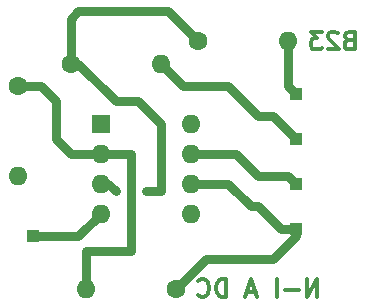
<source format=gbr>
G04 #@! TF.FileFunction,Copper,L2,Bot,Signal*
%FSLAX46Y46*%
G04 Gerber Fmt 4.6, Leading zero omitted, Abs format (unit mm)*
G04 Created by KiCad (PCBNEW 4.0.7) date 01/30/19 19:46:31*
%MOMM*%
%LPD*%
G01*
G04 APERTURE LIST*
%ADD10C,0.100000*%
%ADD11C,0.300000*%
%ADD12R,1.000000X1.000000*%
%ADD13C,1.600000*%
%ADD14O,1.600000X1.600000*%
%ADD15R,1.600000X1.600000*%
%ADD16C,0.600000*%
%ADD17C,0.750000*%
G04 APERTURE END LIST*
D10*
D11*
X163115000Y-97198571D02*
X163115000Y-95698571D01*
X162257857Y-97198571D01*
X162257857Y-95698571D01*
X161543571Y-96627143D02*
X160400714Y-96627143D01*
X159686428Y-97198571D02*
X159686428Y-95698571D01*
X157900714Y-96770000D02*
X157186428Y-96770000D01*
X158043571Y-97198571D02*
X157543571Y-95698571D01*
X157043571Y-97198571D01*
X155400714Y-97198571D02*
X155400714Y-95698571D01*
X155043571Y-95698571D01*
X154829286Y-95770000D01*
X154686428Y-95912857D01*
X154615000Y-96055714D01*
X154543571Y-96341429D01*
X154543571Y-96555714D01*
X154615000Y-96841429D01*
X154686428Y-96984286D01*
X154829286Y-97127143D01*
X155043571Y-97198571D01*
X155400714Y-97198571D01*
X153043571Y-97055714D02*
X153115000Y-97127143D01*
X153329286Y-97198571D01*
X153472143Y-97198571D01*
X153686428Y-97127143D01*
X153829286Y-96984286D01*
X153900714Y-96841429D01*
X153972143Y-96555714D01*
X153972143Y-96341429D01*
X153900714Y-96055714D01*
X153829286Y-95912857D01*
X153686428Y-95770000D01*
X153472143Y-95698571D01*
X153329286Y-95698571D01*
X153115000Y-95770000D01*
X153043571Y-95841429D01*
X165786428Y-75457857D02*
X165572142Y-75529286D01*
X165500714Y-75600714D01*
X165429285Y-75743571D01*
X165429285Y-75957857D01*
X165500714Y-76100714D01*
X165572142Y-76172143D01*
X165715000Y-76243571D01*
X166286428Y-76243571D01*
X166286428Y-74743571D01*
X165786428Y-74743571D01*
X165643571Y-74815000D01*
X165572142Y-74886429D01*
X165500714Y-75029286D01*
X165500714Y-75172143D01*
X165572142Y-75315000D01*
X165643571Y-75386429D01*
X165786428Y-75457857D01*
X166286428Y-75457857D01*
X164857857Y-74886429D02*
X164786428Y-74815000D01*
X164643571Y-74743571D01*
X164286428Y-74743571D01*
X164143571Y-74815000D01*
X164072142Y-74886429D01*
X164000714Y-75029286D01*
X164000714Y-75172143D01*
X164072142Y-75386429D01*
X164929285Y-76243571D01*
X164000714Y-76243571D01*
X163500714Y-74743571D02*
X162572143Y-74743571D01*
X163072143Y-75315000D01*
X162857857Y-75315000D01*
X162715000Y-75386429D01*
X162643571Y-75457857D01*
X162572143Y-75600714D01*
X162572143Y-75957857D01*
X162643571Y-76100714D01*
X162715000Y-76172143D01*
X162857857Y-76243571D01*
X163286429Y-76243571D01*
X163429286Y-76172143D01*
X163500714Y-76100714D01*
D12*
X161290000Y-87630000D03*
X139065000Y-92075000D03*
X161290000Y-91440000D03*
D13*
X153035000Y-75565000D03*
D14*
X160655000Y-75565000D03*
D13*
X142240000Y-77470000D03*
D14*
X149860000Y-77470000D03*
D13*
X137795000Y-79375000D03*
D14*
X137795000Y-86995000D03*
D13*
X151130000Y-96520000D03*
D14*
X143510000Y-96520000D03*
D15*
X144780000Y-82550000D03*
D14*
X152400000Y-90170000D03*
X144780000Y-85090000D03*
X152400000Y-87630000D03*
X144780000Y-87630000D03*
X152400000Y-85090000D03*
X144780000Y-90170000D03*
X152400000Y-82550000D03*
D12*
X161290000Y-80010000D03*
X161290000Y-83820000D03*
D16*
X146050000Y-88265000D03*
X148590000Y-88265000D03*
D17*
X152400000Y-85090000D02*
X156210000Y-85090000D01*
X160655000Y-86995000D02*
X161290000Y-87630000D01*
X158115000Y-86995000D02*
X160655000Y-86995000D01*
X156210000Y-85090000D02*
X158115000Y-86995000D01*
X139065000Y-92075000D02*
X142875000Y-92075000D01*
X142875000Y-92075000D02*
X144780000Y-90170000D01*
X151130000Y-96520000D02*
X153670000Y-93980000D01*
X161290000Y-92075000D02*
X161290000Y-91440000D01*
X159385000Y-93980000D02*
X161290000Y-92075000D01*
X154305000Y-93980000D02*
X159385000Y-93980000D01*
X153670000Y-93980000D02*
X154305000Y-93980000D01*
X152400000Y-87630000D02*
X155575000Y-87630000D01*
X160020000Y-91440000D02*
X161290000Y-91440000D01*
X158115000Y-89535000D02*
X160020000Y-91440000D01*
X157480000Y-89535000D02*
X158115000Y-89535000D01*
X155575000Y-87630000D02*
X157480000Y-89535000D01*
X142240000Y-77470000D02*
X142875000Y-77470000D01*
X142875000Y-77470000D02*
X146050000Y-80645000D01*
X146050000Y-88265000D02*
X145415000Y-87630000D01*
X149860000Y-88265000D02*
X148590000Y-88265000D01*
X149860000Y-82550000D02*
X149860000Y-88265000D01*
X147955000Y-80645000D02*
X149860000Y-82550000D01*
X146050000Y-80645000D02*
X147955000Y-80645000D01*
X145415000Y-87630000D02*
X144780000Y-87630000D01*
X142240000Y-77470000D02*
X142240000Y-73660000D01*
X150495000Y-73025000D02*
X153035000Y-75565000D01*
X142875000Y-73025000D02*
X150495000Y-73025000D01*
X142240000Y-73660000D02*
X142875000Y-73025000D01*
X160655000Y-75565000D02*
X160655000Y-79375000D01*
X160655000Y-79375000D02*
X161290000Y-80010000D01*
X149860000Y-77470000D02*
X151765000Y-79375000D01*
X159385000Y-81915000D02*
X161290000Y-83820000D01*
X158115000Y-81915000D02*
X159385000Y-81915000D01*
X155575000Y-79375000D02*
X158115000Y-81915000D01*
X151765000Y-79375000D02*
X155575000Y-79375000D01*
X144780000Y-85090000D02*
X147320000Y-85090000D01*
X143510000Y-93345000D02*
X143510000Y-96520000D01*
X147320000Y-93345000D02*
X143510000Y-93345000D01*
X147320000Y-85090000D02*
X147320000Y-93345000D01*
X137795000Y-79375000D02*
X139700000Y-79375000D01*
X142240000Y-85090000D02*
X144780000Y-85090000D01*
X140970000Y-83820000D02*
X142240000Y-85090000D01*
X140970000Y-80645000D02*
X140970000Y-83820000D01*
X139700000Y-79375000D02*
X140970000Y-80645000D01*
M02*

</source>
